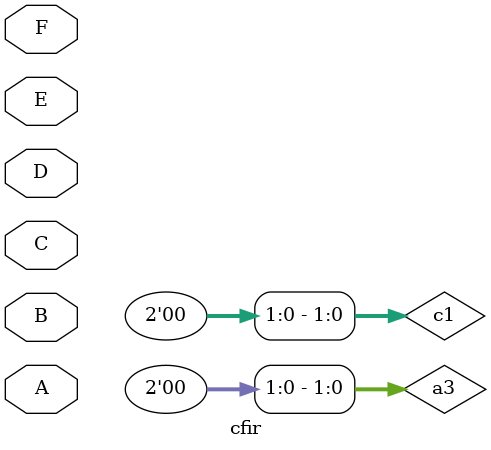
<source format=v>
module cfir( 
			input wire [7:0] A,B,C,D,E,F
			//----------------------------
			);
			
wire signed [8:0] a0,a1,a2;
wire signed [8:0] a3,b1;
wire signed [8:0] b0;
wire signed [8:0] c0;
wire signed [8:0] c1;
wire signed [8:0] avs;
wire signed [8:0] h264;

assign a0=A+F;
assign a1=B+E;
assign a2=C+D;
assign a3=(a2<<2);
assign b1=a2+a3;
assign b0=a0-a1;
assign c0=b1-a1;
assign c1=(c0<<2);
assign avs=c0;
assign h264=c1+b0;

//---------------多路选择---------------------

endmodule
</source>
